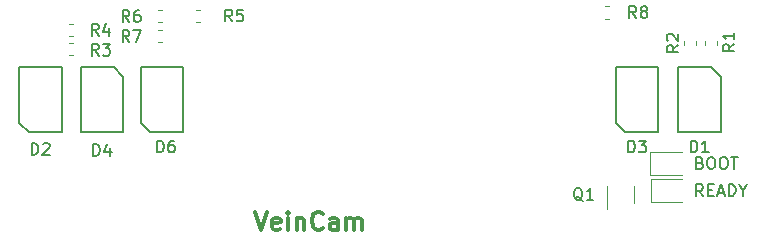
<source format=gto>
G04 #@! TF.GenerationSoftware,KiCad,Pcbnew,(5.0.2)-1*
G04 #@! TF.CreationDate,2019-03-22T12:40:45+11:00*
G04 #@! TF.ProjectId,VeinCamHatZero,5665696e-4361-46d4-9861-745a65726f2e,rev?*
G04 #@! TF.SameCoordinates,Original*
G04 #@! TF.FileFunction,Legend,Top*
G04 #@! TF.FilePolarity,Positive*
%FSLAX46Y46*%
G04 Gerber Fmt 4.6, Leading zero omitted, Abs format (unit mm)*
G04 Created by KiCad (PCBNEW (5.0.2)-1) date 22/03/2019 12:40:45*
%MOMM*%
%LPD*%
G01*
G04 APERTURE LIST*
%ADD10C,0.300000*%
%ADD11C,0.200000*%
%ADD12C,0.120000*%
%ADD13C,0.150000*%
G04 APERTURE END LIST*
D10*
X226692857Y-89478571D02*
X227192857Y-90978571D01*
X227692857Y-89478571D01*
X228764285Y-90907142D02*
X228621428Y-90978571D01*
X228335714Y-90978571D01*
X228192857Y-90907142D01*
X228121428Y-90764285D01*
X228121428Y-90192857D01*
X228192857Y-90050000D01*
X228335714Y-89978571D01*
X228621428Y-89978571D01*
X228764285Y-90050000D01*
X228835714Y-90192857D01*
X228835714Y-90335714D01*
X228121428Y-90478571D01*
X229478571Y-90978571D02*
X229478571Y-89978571D01*
X229478571Y-89478571D02*
X229407142Y-89550000D01*
X229478571Y-89621428D01*
X229550000Y-89550000D01*
X229478571Y-89478571D01*
X229478571Y-89621428D01*
X230192857Y-89978571D02*
X230192857Y-90978571D01*
X230192857Y-90121428D02*
X230264285Y-90050000D01*
X230407142Y-89978571D01*
X230621428Y-89978571D01*
X230764285Y-90050000D01*
X230835714Y-90192857D01*
X230835714Y-90978571D01*
X232407142Y-90835714D02*
X232335714Y-90907142D01*
X232121428Y-90978571D01*
X231978571Y-90978571D01*
X231764285Y-90907142D01*
X231621428Y-90764285D01*
X231550000Y-90621428D01*
X231478571Y-90335714D01*
X231478571Y-90121428D01*
X231550000Y-89835714D01*
X231621428Y-89692857D01*
X231764285Y-89550000D01*
X231978571Y-89478571D01*
X232121428Y-89478571D01*
X232335714Y-89550000D01*
X232407142Y-89621428D01*
X233692857Y-90978571D02*
X233692857Y-90192857D01*
X233621428Y-90050000D01*
X233478571Y-89978571D01*
X233192857Y-89978571D01*
X233050000Y-90050000D01*
X233692857Y-90907142D02*
X233550000Y-90978571D01*
X233192857Y-90978571D01*
X233050000Y-90907142D01*
X232978571Y-90764285D01*
X232978571Y-90621428D01*
X233050000Y-90478571D01*
X233192857Y-90407142D01*
X233550000Y-90407142D01*
X233692857Y-90335714D01*
X234407142Y-90978571D02*
X234407142Y-89978571D01*
X234407142Y-90121428D02*
X234478571Y-90050000D01*
X234621428Y-89978571D01*
X234835714Y-89978571D01*
X234978571Y-90050000D01*
X235050000Y-90192857D01*
X235050000Y-90978571D01*
X235050000Y-90192857D02*
X235121428Y-90050000D01*
X235264285Y-89978571D01*
X235478571Y-89978571D01*
X235621428Y-90050000D01*
X235692857Y-90192857D01*
X235692857Y-90978571D01*
D11*
X264342857Y-85328571D02*
X264485714Y-85376190D01*
X264533333Y-85423809D01*
X264580952Y-85519047D01*
X264580952Y-85661904D01*
X264533333Y-85757142D01*
X264485714Y-85804761D01*
X264390476Y-85852380D01*
X264009523Y-85852380D01*
X264009523Y-84852380D01*
X264342857Y-84852380D01*
X264438095Y-84900000D01*
X264485714Y-84947619D01*
X264533333Y-85042857D01*
X264533333Y-85138095D01*
X264485714Y-85233333D01*
X264438095Y-85280952D01*
X264342857Y-85328571D01*
X264009523Y-85328571D01*
X265200000Y-84852380D02*
X265390476Y-84852380D01*
X265485714Y-84900000D01*
X265580952Y-84995238D01*
X265628571Y-85185714D01*
X265628571Y-85519047D01*
X265580952Y-85709523D01*
X265485714Y-85804761D01*
X265390476Y-85852380D01*
X265200000Y-85852380D01*
X265104761Y-85804761D01*
X265009523Y-85709523D01*
X264961904Y-85519047D01*
X264961904Y-85185714D01*
X265009523Y-84995238D01*
X265104761Y-84900000D01*
X265200000Y-84852380D01*
X266247619Y-84852380D02*
X266438095Y-84852380D01*
X266533333Y-84900000D01*
X266628571Y-84995238D01*
X266676190Y-85185714D01*
X266676190Y-85519047D01*
X266628571Y-85709523D01*
X266533333Y-85804761D01*
X266438095Y-85852380D01*
X266247619Y-85852380D01*
X266152380Y-85804761D01*
X266057142Y-85709523D01*
X266009523Y-85519047D01*
X266009523Y-85185714D01*
X266057142Y-84995238D01*
X266152380Y-84900000D01*
X266247619Y-84852380D01*
X266961904Y-84852380D02*
X267533333Y-84852380D01*
X267247619Y-85852380D02*
X267247619Y-84852380D01*
X264600000Y-88152380D02*
X264266666Y-87676190D01*
X264028571Y-88152380D02*
X264028571Y-87152380D01*
X264409523Y-87152380D01*
X264504761Y-87200000D01*
X264552380Y-87247619D01*
X264600000Y-87342857D01*
X264600000Y-87485714D01*
X264552380Y-87580952D01*
X264504761Y-87628571D01*
X264409523Y-87676190D01*
X264028571Y-87676190D01*
X265028571Y-87628571D02*
X265361904Y-87628571D01*
X265504761Y-88152380D02*
X265028571Y-88152380D01*
X265028571Y-87152380D01*
X265504761Y-87152380D01*
X265885714Y-87866666D02*
X266361904Y-87866666D01*
X265790476Y-88152380D02*
X266123809Y-87152380D01*
X266457142Y-88152380D01*
X266790476Y-88152380D02*
X266790476Y-87152380D01*
X267028571Y-87152380D01*
X267171428Y-87200000D01*
X267266666Y-87295238D01*
X267314285Y-87390476D01*
X267361904Y-87580952D01*
X267361904Y-87723809D01*
X267314285Y-87914285D01*
X267266666Y-88009523D01*
X267171428Y-88104761D01*
X267028571Y-88152380D01*
X266790476Y-88152380D01*
X267980952Y-87676190D02*
X267980952Y-88152380D01*
X267647619Y-87152380D02*
X267980952Y-87676190D01*
X268314285Y-87152380D01*
D12*
G04 #@! TO.C,D7*
X262845001Y-86730001D02*
X260160001Y-86730001D01*
X260160001Y-86730001D02*
X260160001Y-88650001D01*
X260160001Y-88650001D02*
X262845001Y-88650001D01*
G04 #@! TO.C,D8*
X260115000Y-86360000D02*
X262800000Y-86360000D01*
X260115000Y-84440000D02*
X260115000Y-86360000D01*
X262800000Y-84440000D02*
X260115000Y-84440000D01*
G04 #@! TO.C,Q1*
X256440000Y-87300000D02*
X256440000Y-89200000D01*
X258760000Y-88700000D02*
X258760000Y-87300000D01*
G04 #@! TO.C,R1*
X264790000Y-75362779D02*
X264790000Y-75037221D01*
X265810000Y-75362779D02*
X265810000Y-75037221D01*
G04 #@! TO.C,R2*
X264010000Y-75362779D02*
X264010000Y-75037221D01*
X262990000Y-75362779D02*
X262990000Y-75037221D01*
G04 #@! TO.C,R3*
X210937221Y-75190000D02*
X211262779Y-75190000D01*
X210937221Y-76210000D02*
X211262779Y-76210000D01*
G04 #@! TO.C,R4*
X210937221Y-74610000D02*
X211262779Y-74610000D01*
X210937221Y-73590000D02*
X211262779Y-73590000D01*
G04 #@! TO.C,R5*
X221975279Y-72390000D02*
X221649721Y-72390000D01*
X221975279Y-73410000D02*
X221649721Y-73410000D01*
G04 #@! TO.C,R6*
X218498322Y-72390000D02*
X218823880Y-72390000D01*
X218498322Y-73410000D02*
X218823880Y-73410000D01*
G04 #@! TO.C,R7*
X218498322Y-75110000D02*
X218823880Y-75110000D01*
X218498322Y-74090000D02*
X218823880Y-74090000D01*
G04 #@! TO.C,R8*
X256337221Y-72090000D02*
X256662779Y-72090000D01*
X256337221Y-73110000D02*
X256662779Y-73110000D01*
D13*
G04 #@! TO.C,D1*
X265300000Y-77250000D02*
X266100000Y-78050000D01*
X266100000Y-78050000D02*
X266100000Y-82750000D01*
X266100000Y-82750000D02*
X262500000Y-82750000D01*
X262500000Y-82750000D02*
X262500000Y-77250000D01*
X262500000Y-77250000D02*
X265300000Y-77250000D01*
G04 #@! TO.C,D2*
X207500000Y-82750000D02*
X206700000Y-81950000D01*
X206700000Y-81950000D02*
X206700000Y-77250000D01*
X206700000Y-77250000D02*
X210300000Y-77250000D01*
X210300000Y-77250000D02*
X210300000Y-82750000D01*
X210300000Y-82750000D02*
X207500000Y-82750000D01*
G04 #@! TO.C,D3*
X260800000Y-82750000D02*
X258000000Y-82750000D01*
X260800000Y-77250000D02*
X260800000Y-82750000D01*
X257200000Y-77250000D02*
X260800000Y-77250000D01*
X257200000Y-81950000D02*
X257200000Y-77250000D01*
X258000000Y-82750000D02*
X257200000Y-81950000D01*
G04 #@! TO.C,D4*
X211900000Y-77250000D02*
X214700000Y-77250000D01*
X211900000Y-82750000D02*
X211900000Y-77250000D01*
X215500000Y-82750000D02*
X211900000Y-82750000D01*
X215500000Y-78050000D02*
X215500000Y-82750000D01*
X214700000Y-77250000D02*
X215500000Y-78050000D01*
G04 #@! TO.C,D6*
X217800000Y-82750000D02*
X217000000Y-81950000D01*
X217000000Y-81950000D02*
X217000000Y-77250000D01*
X217000000Y-77250000D02*
X220600000Y-77250000D01*
X220600000Y-77250000D02*
X220600000Y-82750000D01*
X220600000Y-82750000D02*
X217800000Y-82750000D01*
G04 #@! TO.C,Q1*
X254404761Y-88547619D02*
X254309523Y-88500000D01*
X254214285Y-88404761D01*
X254071428Y-88261904D01*
X253976190Y-88214285D01*
X253880952Y-88214285D01*
X253928571Y-88452380D02*
X253833333Y-88404761D01*
X253738095Y-88309523D01*
X253690476Y-88119047D01*
X253690476Y-87785714D01*
X253738095Y-87595238D01*
X253833333Y-87500000D01*
X253928571Y-87452380D01*
X254119047Y-87452380D01*
X254214285Y-87500000D01*
X254309523Y-87595238D01*
X254357142Y-87785714D01*
X254357142Y-88119047D01*
X254309523Y-88309523D01*
X254214285Y-88404761D01*
X254119047Y-88452380D01*
X253928571Y-88452380D01*
X255309523Y-88452380D02*
X254738095Y-88452380D01*
X255023809Y-88452380D02*
X255023809Y-87452380D01*
X254928571Y-87595238D01*
X254833333Y-87690476D01*
X254738095Y-87738095D01*
G04 #@! TO.C,R1*
X267252380Y-75266666D02*
X266776190Y-75600000D01*
X267252380Y-75838095D02*
X266252380Y-75838095D01*
X266252380Y-75457142D01*
X266300000Y-75361904D01*
X266347619Y-75314285D01*
X266442857Y-75266666D01*
X266585714Y-75266666D01*
X266680952Y-75314285D01*
X266728571Y-75361904D01*
X266776190Y-75457142D01*
X266776190Y-75838095D01*
X267252380Y-74314285D02*
X267252380Y-74885714D01*
X267252380Y-74600000D02*
X266252380Y-74600000D01*
X266395238Y-74695238D01*
X266490476Y-74790476D01*
X266538095Y-74885714D01*
G04 #@! TO.C,R2*
X262522380Y-75366666D02*
X262046190Y-75700000D01*
X262522380Y-75938095D02*
X261522380Y-75938095D01*
X261522380Y-75557142D01*
X261570000Y-75461904D01*
X261617619Y-75414285D01*
X261712857Y-75366666D01*
X261855714Y-75366666D01*
X261950952Y-75414285D01*
X261998571Y-75461904D01*
X262046190Y-75557142D01*
X262046190Y-75938095D01*
X261617619Y-74985714D02*
X261570000Y-74938095D01*
X261522380Y-74842857D01*
X261522380Y-74604761D01*
X261570000Y-74509523D01*
X261617619Y-74461904D01*
X261712857Y-74414285D01*
X261808095Y-74414285D01*
X261950952Y-74461904D01*
X262522380Y-75033333D01*
X262522380Y-74414285D01*
G04 #@! TO.C,R3*
X213433333Y-76252380D02*
X213100000Y-75776190D01*
X212861904Y-76252380D02*
X212861904Y-75252380D01*
X213242857Y-75252380D01*
X213338095Y-75300000D01*
X213385714Y-75347619D01*
X213433333Y-75442857D01*
X213433333Y-75585714D01*
X213385714Y-75680952D01*
X213338095Y-75728571D01*
X213242857Y-75776190D01*
X212861904Y-75776190D01*
X213766666Y-75252380D02*
X214385714Y-75252380D01*
X214052380Y-75633333D01*
X214195238Y-75633333D01*
X214290476Y-75680952D01*
X214338095Y-75728571D01*
X214385714Y-75823809D01*
X214385714Y-76061904D01*
X214338095Y-76157142D01*
X214290476Y-76204761D01*
X214195238Y-76252380D01*
X213909523Y-76252380D01*
X213814285Y-76204761D01*
X213766666Y-76157142D01*
G04 #@! TO.C,R4*
X213433333Y-74552380D02*
X213100000Y-74076190D01*
X212861904Y-74552380D02*
X212861904Y-73552380D01*
X213242857Y-73552380D01*
X213338095Y-73600000D01*
X213385714Y-73647619D01*
X213433333Y-73742857D01*
X213433333Y-73885714D01*
X213385714Y-73980952D01*
X213338095Y-74028571D01*
X213242857Y-74076190D01*
X212861904Y-74076190D01*
X214290476Y-73885714D02*
X214290476Y-74552380D01*
X214052380Y-73504761D02*
X213814285Y-74219047D01*
X214433333Y-74219047D01*
G04 #@! TO.C,R5*
X224733333Y-73352380D02*
X224400000Y-72876190D01*
X224161904Y-73352380D02*
X224161904Y-72352380D01*
X224542857Y-72352380D01*
X224638095Y-72400000D01*
X224685714Y-72447619D01*
X224733333Y-72542857D01*
X224733333Y-72685714D01*
X224685714Y-72780952D01*
X224638095Y-72828571D01*
X224542857Y-72876190D01*
X224161904Y-72876190D01*
X225638095Y-72352380D02*
X225161904Y-72352380D01*
X225114285Y-72828571D01*
X225161904Y-72780952D01*
X225257142Y-72733333D01*
X225495238Y-72733333D01*
X225590476Y-72780952D01*
X225638095Y-72828571D01*
X225685714Y-72923809D01*
X225685714Y-73161904D01*
X225638095Y-73257142D01*
X225590476Y-73304761D01*
X225495238Y-73352380D01*
X225257142Y-73352380D01*
X225161904Y-73304761D01*
X225114285Y-73257142D01*
G04 #@! TO.C,R6*
X216033333Y-73389342D02*
X215700000Y-72913152D01*
X215461904Y-73389342D02*
X215461904Y-72389342D01*
X215842857Y-72389342D01*
X215938095Y-72436962D01*
X215985714Y-72484581D01*
X216033333Y-72579819D01*
X216033333Y-72722676D01*
X215985714Y-72817914D01*
X215938095Y-72865533D01*
X215842857Y-72913152D01*
X215461904Y-72913152D01*
X216890476Y-72389342D02*
X216700000Y-72389342D01*
X216604761Y-72436962D01*
X216557142Y-72484581D01*
X216461904Y-72627438D01*
X216414285Y-72817914D01*
X216414285Y-73198866D01*
X216461904Y-73294104D01*
X216509523Y-73341723D01*
X216604761Y-73389342D01*
X216795238Y-73389342D01*
X216890476Y-73341723D01*
X216938095Y-73294104D01*
X216985714Y-73198866D01*
X216985714Y-72960771D01*
X216938095Y-72865533D01*
X216890476Y-72817914D01*
X216795238Y-72770295D01*
X216604761Y-72770295D01*
X216509523Y-72817914D01*
X216461904Y-72865533D01*
X216414285Y-72960771D01*
G04 #@! TO.C,R7*
X216033333Y-75089342D02*
X215700000Y-74613152D01*
X215461904Y-75089342D02*
X215461904Y-74089342D01*
X215842857Y-74089342D01*
X215938095Y-74136962D01*
X215985714Y-74184581D01*
X216033333Y-74279819D01*
X216033333Y-74422676D01*
X215985714Y-74517914D01*
X215938095Y-74565533D01*
X215842857Y-74613152D01*
X215461904Y-74613152D01*
X216366666Y-74089342D02*
X217033333Y-74089342D01*
X216604761Y-75089342D01*
G04 #@! TO.C,R8*
X258933333Y-73052380D02*
X258600000Y-72576190D01*
X258361904Y-73052380D02*
X258361904Y-72052380D01*
X258742857Y-72052380D01*
X258838095Y-72100000D01*
X258885714Y-72147619D01*
X258933333Y-72242857D01*
X258933333Y-72385714D01*
X258885714Y-72480952D01*
X258838095Y-72528571D01*
X258742857Y-72576190D01*
X258361904Y-72576190D01*
X259504761Y-72480952D02*
X259409523Y-72433333D01*
X259361904Y-72385714D01*
X259314285Y-72290476D01*
X259314285Y-72242857D01*
X259361904Y-72147619D01*
X259409523Y-72100000D01*
X259504761Y-72052380D01*
X259695238Y-72052380D01*
X259790476Y-72100000D01*
X259838095Y-72147619D01*
X259885714Y-72242857D01*
X259885714Y-72290476D01*
X259838095Y-72385714D01*
X259790476Y-72433333D01*
X259695238Y-72480952D01*
X259504761Y-72480952D01*
X259409523Y-72528571D01*
X259361904Y-72576190D01*
X259314285Y-72671428D01*
X259314285Y-72861904D01*
X259361904Y-72957142D01*
X259409523Y-73004761D01*
X259504761Y-73052380D01*
X259695238Y-73052380D01*
X259790476Y-73004761D01*
X259838095Y-72957142D01*
X259885714Y-72861904D01*
X259885714Y-72671428D01*
X259838095Y-72576190D01*
X259790476Y-72528571D01*
X259695238Y-72480952D01*
G04 #@! TO.C,D1*
X263561904Y-84452380D02*
X263561904Y-83452380D01*
X263800000Y-83452380D01*
X263942857Y-83500000D01*
X264038095Y-83595238D01*
X264085714Y-83690476D01*
X264133333Y-83880952D01*
X264133333Y-84023809D01*
X264085714Y-84214285D01*
X264038095Y-84309523D01*
X263942857Y-84404761D01*
X263800000Y-84452380D01*
X263561904Y-84452380D01*
X265085714Y-84452380D02*
X264514285Y-84452380D01*
X264800000Y-84452380D02*
X264800000Y-83452380D01*
X264704761Y-83595238D01*
X264609523Y-83690476D01*
X264514285Y-83738095D01*
G04 #@! TO.C,D2*
X207761904Y-84652380D02*
X207761904Y-83652380D01*
X208000000Y-83652380D01*
X208142857Y-83700000D01*
X208238095Y-83795238D01*
X208285714Y-83890476D01*
X208333333Y-84080952D01*
X208333333Y-84223809D01*
X208285714Y-84414285D01*
X208238095Y-84509523D01*
X208142857Y-84604761D01*
X208000000Y-84652380D01*
X207761904Y-84652380D01*
X208714285Y-83747619D02*
X208761904Y-83700000D01*
X208857142Y-83652380D01*
X209095238Y-83652380D01*
X209190476Y-83700000D01*
X209238095Y-83747619D01*
X209285714Y-83842857D01*
X209285714Y-83938095D01*
X209238095Y-84080952D01*
X208666666Y-84652380D01*
X209285714Y-84652380D01*
G04 #@! TO.C,D3*
X258261904Y-84452380D02*
X258261904Y-83452380D01*
X258500000Y-83452380D01*
X258642857Y-83500000D01*
X258738095Y-83595238D01*
X258785714Y-83690476D01*
X258833333Y-83880952D01*
X258833333Y-84023809D01*
X258785714Y-84214285D01*
X258738095Y-84309523D01*
X258642857Y-84404761D01*
X258500000Y-84452380D01*
X258261904Y-84452380D01*
X259166666Y-83452380D02*
X259785714Y-83452380D01*
X259452380Y-83833333D01*
X259595238Y-83833333D01*
X259690476Y-83880952D01*
X259738095Y-83928571D01*
X259785714Y-84023809D01*
X259785714Y-84261904D01*
X259738095Y-84357142D01*
X259690476Y-84404761D01*
X259595238Y-84452380D01*
X259309523Y-84452380D01*
X259214285Y-84404761D01*
X259166666Y-84357142D01*
G04 #@! TO.C,D4*
X212961904Y-84752380D02*
X212961904Y-83752380D01*
X213200000Y-83752380D01*
X213342857Y-83800000D01*
X213438095Y-83895238D01*
X213485714Y-83990476D01*
X213533333Y-84180952D01*
X213533333Y-84323809D01*
X213485714Y-84514285D01*
X213438095Y-84609523D01*
X213342857Y-84704761D01*
X213200000Y-84752380D01*
X212961904Y-84752380D01*
X214390476Y-84085714D02*
X214390476Y-84752380D01*
X214152380Y-83704761D02*
X213914285Y-84419047D01*
X214533333Y-84419047D01*
G04 #@! TO.C,D6*
X218361904Y-84452380D02*
X218361904Y-83452380D01*
X218600000Y-83452380D01*
X218742857Y-83500000D01*
X218838095Y-83595238D01*
X218885714Y-83690476D01*
X218933333Y-83880952D01*
X218933333Y-84023809D01*
X218885714Y-84214285D01*
X218838095Y-84309523D01*
X218742857Y-84404761D01*
X218600000Y-84452380D01*
X218361904Y-84452380D01*
X219790476Y-83452380D02*
X219600000Y-83452380D01*
X219504761Y-83500000D01*
X219457142Y-83547619D01*
X219361904Y-83690476D01*
X219314285Y-83880952D01*
X219314285Y-84261904D01*
X219361904Y-84357142D01*
X219409523Y-84404761D01*
X219504761Y-84452380D01*
X219695238Y-84452380D01*
X219790476Y-84404761D01*
X219838095Y-84357142D01*
X219885714Y-84261904D01*
X219885714Y-84023809D01*
X219838095Y-83928571D01*
X219790476Y-83880952D01*
X219695238Y-83833333D01*
X219504761Y-83833333D01*
X219409523Y-83880952D01*
X219361904Y-83928571D01*
X219314285Y-84023809D01*
G04 #@! TD*
M02*

</source>
